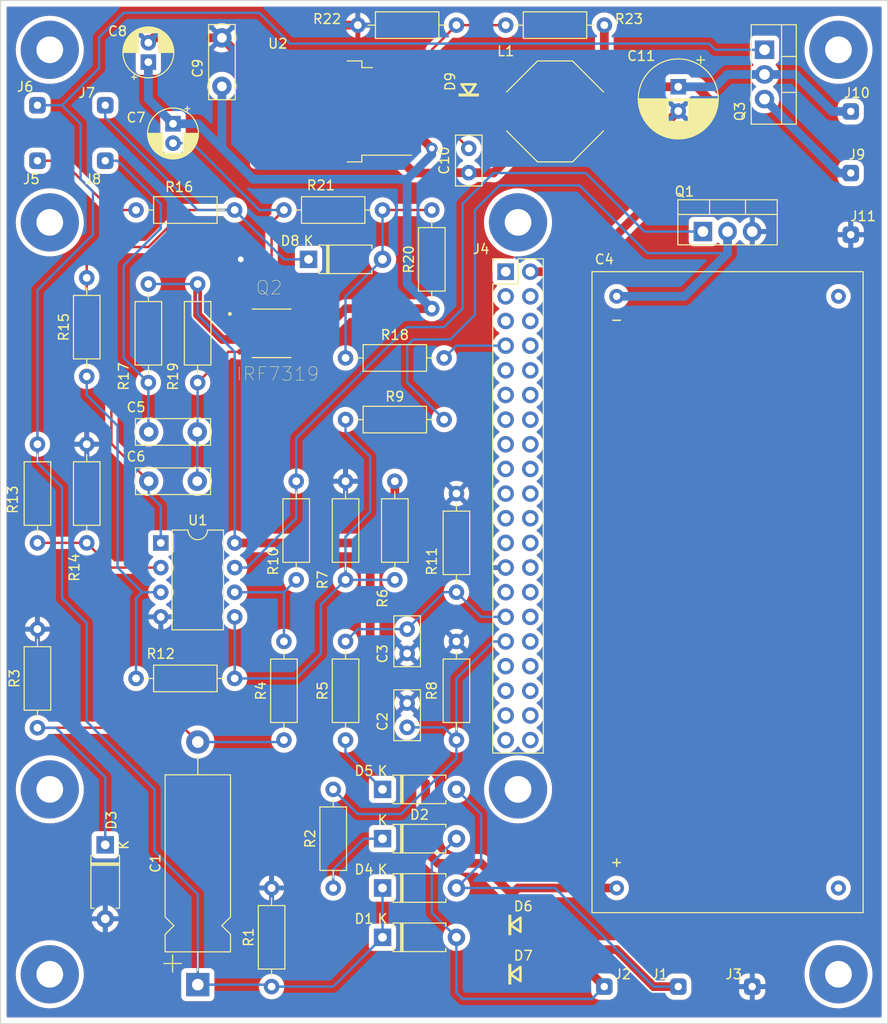
<source format=kicad_pcb>
(kicad_pcb (version 20211014) (generator pcbnew)
  (layers (0 "F.Cu" signal) (31 "B.Cu" signal) (34 "B.Paste" user) (35 "F.Paste" user) (36 "B.SilkS" user "B.Silkscreen") (37 "F.SilkS" user "F.Silkscreen") (38 "B.Mask" user) (39 "F.Mask" user) (44 "Edge.Cuts" user))
  (net 0 "")
  (net 1 "GND")
  (net 2 "Net-(C1-Pad2)")
  (net 3 "Net-(C1-Pad1)")
  (net 4 "Net-(C10-Pad2)")
  (net 5 "Net-(C4-Pad2)")
  (net 6 "Net-(C2-Pad2)")
  (net 7 "Net-(C10-Pad1)")
  (net 8 "Net-(C7-Pad2)")
  (net 9 "Net-(C3-Pad1)")
  (net 10 "Net-(C4-Pad1)")
  (net 11 "Net-(D2-Pad1)")
  (net 12 "Net-(C6-Pad2)")
  (net 13 "Net-(D1-Pad2)")
  (net 14 "/A")
  (net 15 "Net-(C7-Pad1)")
  (net 16 "Net-(C11-Pad1)")
  (net 17 "Net-(D4-Pad2)")
  (net 18 "Net-(D5-Pad1)")
  (net 24 "Net-(J4-Pad7)")
  (net 52 "/B")
  (net 56 "Net-(Q1-Pad1)")
  (net 57 "Net-(R10-Pad1)")
  (net 58 "Net-(R12-Pad1)")
  (net 59 "Net-(R12-Pad2)")
  (net 60 "Net-(R13-Pad2)")
  (net 61 "Net-(R22-Pad1)")
  (net 62 "Net-(J9-Pad1)")
  (net 63 "Net-(D8-Pad2)")
  (net 64 "Net-(J5-Pad1)")
  (footprint "Diode_THT:D_A-405_P7.62mm_Horizontal" (layer "F.Cu") (at 134.62 172.72)
    (fp_text reference "D4")
    (fp_text value "D" hide)
  )
  (footprint "Capacitor_THT:CP_Radial_D8.0mm_P2.50mm" (layer "F.Cu") (at 165.1 90.17 -90)
    (fp_text reference "C11")
    (fp_text value "1000μF")
  )
  (footprint "Resistor_THT:R_Axial_DIN0207_L6.3mm_D2.5mm_P10.16mm_Horizontal" (layer "F.Cu") (at 125.73 140.97 90)
    (fp_text reference "R10")
    (fp_text value "10M")
  )
  (footprint "Resistor_THT:R_Axial_DIN0207_L6.3mm_D2.5mm_P10.16mm_Horizontal" (layer "F.Cu") (at 129.54 172.72 90)
    (fp_text reference "R2")
    (fp_text value "1M")
  )
  (footprint "Resistor_THT:R_Axial_DIN0207_L6.3mm_D2.5mm_P10.16mm_Horizontal" (layer "F.Cu") (at 123.19 182.88 90)
    (fp_text reference "R1")
    (fp_text value "100K")
  )
  (footprint "my_extras:DO-214AC" (layer "F.Cu") (at 148.59 176.53)
    (fp_text reference "D6")
    (fp_text value "SS54")
  )
  (footprint "my_extras:SolderConnector" (layer "F.Cu") (at 182.88 92.71)
    (fp_text reference "J10")
    (fp_text value "+5V")
  )
  (footprint "Package_TO_SOT_THT:TO-220-3_Vertical" (layer "F.Cu") (at 167.64 105.085)
    (fp_text reference "Q1")
    (fp_text value "CSD19505")
  )
  (footprint "Capacitor_THT:C_Disc_D5.0mm_W2.5mm_P2.50mm" (layer "F.Cu") (at 137.16 146.05 -90)
    (fp_text reference "C3")
    (fp_text value "0.1μF")
  )
  (footprint "my_extras:pihole" (layer "F.Cu") (at 100.33 162.56)
    (fp_text reference "REF**" hide)
    (fp_text value "pihole" hide)
  )
  (footprint "Capacitor_THT:C_Disc_D5.0mm_W2.5mm_P2.50mm" (layer "F.Cu") (at 137.16 153.67 -90)
    (fp_text reference "C2")
    (fp_text value "0.1μF")
  )
  (footprint "Resistor_THT:R_Axial_DIN0207_L6.3mm_D2.5mm_P10.16mm_Horizontal" (layer "F.Cu") (at 130.81 124.46)
    (fp_text reference "R9")
    (fp_text value "560K")
  )
  (footprint "Resistor_THT:R_Axial_DIN0207_L6.3mm_D2.5mm_P10.16mm_Horizontal" (layer "F.Cu") (at 110.49 110.49 -90)
    (fp_text reference "R17")
    (fp_text value "10K")
  )
  (footprint "Resistor_THT:R_Axial_DIN0207_L6.3mm_D2.5mm_P10.16mm_Horizontal" (layer "F.Cu") (at 147.32 83.82)
    (fp_text reference "R23")
    (fp_text value "2K87")
  )
  (footprint "my_extras:pihole" (layer "F.Cu") (at 100.33 104.14)
    (fp_text reference "REF**" hide)
    (fp_text value "pihole" hide)
  )
  (footprint "Capacitor_THT:CP_Radial_D5.0mm_P2.00mm" (layer "F.Cu") (at 110.49 87.63 90)
    (fp_text reference "C8")
    (fp_text value "27μF")
  )
  (footprint "Capacitor_THT:C_Disc_D7.5mm_W2.5mm_P5.00mm" (layer "F.Cu") (at 115.53 130.81 180)
    (fp_text reference "C6")
    (fp_text value "1μF")
  )
  (footprint "Resistor_THT:R_Axial_DIN0207_L6.3mm_D2.5mm_P10.16mm_Horizontal" (layer "F.Cu") (at 142.24 147.32 -90)
    (fp_text reference "R8")
    (fp_text value "100K")
  )
  (footprint "Capacitor_THT:C_Disc_D7.5mm_W2.5mm_P5.00mm" (layer "F.Cu") (at 118.07 90.13 90)
    (fp_text reference "C9")
    (fp_text value "1μF")
  )
  (footprint "Resistor_THT:R_Axial_DIN0207_L6.3mm_D2.5mm_P10.16mm_Horizontal" (layer "F.Cu") (at 115.57 110.49 -90)
    (fp_text reference "R19")
    (fp_text value "100K")
  )
  (footprint "Resistor_THT:R_Axial_DIN0207_L6.3mm_D2.5mm_P10.16mm_Horizontal" (layer "F.Cu") (at 130.81 118.11)
    (fp_text reference "R18")
    (fp_text value "1K")
  )
  (footprint "my_extras:SolderConnector" (layer "F.Cu") (at 106.045 92.075)
    (fp_text reference "J7")
    (fp_text value "Sw")
  )
  (footprint "Capacitor_THT:C_Disc_D5.0mm_W2.5mm_P2.50mm" (layer "F.Cu") (at 143.51 96.52 -90)
    (fp_text reference "C10")
    (fp_text value "0.1μF")
  )
  (footprint "my_extras:SOIC127P600X175-8N" (layer "F.Cu") (at 123.19 115.57)
    (fp_text reference "Q2")
    (fp_text value "IRF7319")
  )
  (footprint "Resistor_THT:R_Axial_DIN0207_L6.3mm_D2.5mm_P10.16mm_Horizontal" (layer "F.Cu") (at 99.06 127 -90)
    (fp_text reference "R13")
    (fp_text value "430K")
  )
  (footprint "Resistor_THT:R_Axial_DIN0207_L6.3mm_D2.5mm_P10.16mm_Horizontal" (layer "F.Cu") (at 104.14 120.015 90)
    (fp_text reference "R15")
    (fp_text value "10M")
  )
  (footprint "my_extras:SolderConnector" (layer "F.Cu") (at 172.72 182.88)
    (fp_text reference "J3")
    (fp_text value "0v")
  )
  (footprint "" (layer "F.Cu") (at 181.61 181.61)
    (fp_text reference "")
    (fp_text value "")
  )
  (footprint "my_extras:pihole" (layer "F.Cu") (at 148.59 162.56)
    (fp_text reference "REF**" hide)
    (fp_text value "pihole" hide)
  )
  (footprint "my_extras:DO-214AC" (layer "F.Cu") (at 143.51 90.17 90)
    (fp_text reference "D9")
    (fp_text value "SS54")
  )
  (footprint "Diode_THT:D_A-405_P7.62mm_Horizontal" (layer "F.Cu") (at 134.62 177.8)
    (fp_text reference "D1")
    (fp_text value "D" hide)
  )
  (footprint "Package_TO_SOT_SMD:TO-263-7_TabPin8" (layer "F.Cu") (at 129.54 92.71 180)
    (fp_text reference "U2")
    (fp_text value "LM22678TJ-ADJ")
  )
  (footprint "Diode_THT:D_A-405_P7.62mm_Horizontal" (layer "F.Cu") (at 106.045 168.275 -90)
    (fp_text reference "D3")
    (fp_text value "D" hide)
  )
  (footprint "my_extras:DO-214AC" (layer "F.Cu") (at 148.59 181.61)
    (fp_text reference "D7")
    (fp_text value "SS54")
  )
  (footprint "Resistor_THT:R_Axial_DIN0207_L6.3mm_D2.5mm_P10.16mm_Horizontal" (layer "F.Cu") (at 130.81 140.97 90)
    (fp_text reference "R7")
    (fp_text value "1M")
  )
  (footprint "" (layer "F.Cu") (at 100.33 181.61)
    (fp_text reference "")
    (fp_text value "")
  )
  (footprint "Resistor_THT:R_Axial_DIN0207_L6.3mm_D2.5mm_P10.16mm_Horizontal" (layer "F.Cu") (at 134.62 102.87 180)
    (fp_text reference "R21")
    (fp_text value "330K")
  )
  (footprint "Resistor_THT:R_Axial_DIN0207_L6.3mm_D2.5mm_P10.16mm_Horizontal" (layer "F.Cu") (at 142.24 132.08 -90)
    (fp_text reference "R11")
    (fp_text value "100K")
  )
  (footprint "Diode_THT:D_A-405_P7.62mm_Horizontal" (layer "F.Cu") (at 134.62 162.56)
    (fp_text reference "D5")
    (fp_text value "D")
  )
  (footprint "Resistor_THT:R_Axial_DIN0207_L6.3mm_D2.5mm_P10.16mm_Horizontal" (layer "F.Cu") (at 109.22 102.87)
    (fp_text reference "R16")
    (fp_text value "12k")
  )
  (footprint "my_extras:SolderConnector" (layer "F.Cu") (at 182.88 99.06)
    (fp_text reference "J9")
    (fp_text value "+5Vu")
  )
  (footprint "Capacitor_THT:CP_Radial_D5.0mm_P2.00mm" (layer "F.Cu") (at 113.03 93.98 -90)
    (fp_text reference "C7")
    (fp_text value "10μF")
  )
  (footprint "my_extras:SolderConnector" (layer "F.Cu") (at 99.06 92.075)
    (fp_text reference "J6")
    (fp_text value "LED+")
  )
  (footprint "Resistor_THT:R_Axial_DIN0207_L6.3mm_D2.5mm_P10.16mm_Horizontal" (layer "F.Cu") (at 119.38 151.13 180)
    (fp_text reference "R12")
    (fp_text value "1M")
  )
  (footprint "Resistor_THT:R_Axial_DIN0207_L6.3mm_D2.5mm_P10.16mm_Horizontal" (layer "F.Cu") (at 124.46 157.48 90)
    (fp_text reference "R4")
    (fp_text value "2M")
  )
  (footprint "Connector_PinHeader_2.54mm:PinHeader_2x20_P2.54mm_Vertical" (layer "F.Cu") (at 147.315 109.225)
    (fp_text reference "J4")
    (fp_text value "Conn_02x20_Odd_Even" hide)
  )
  (footprint "my_extras:pihole" (layer "F.Cu") (at 148.59 104.14)
    (fp_text reference "REF**" hide)
    (fp_text value "pihole" hide)
  )
  (footprint "Resistor_THT:R_Axial_DIN0207_L6.3mm_D2.5mm_P10.16mm_Horizontal" (layer "F.Cu") (at 142.24 83.82 180)
    (fp_text reference "R22")
    (fp_text value "1K")
  )
  (footprint "Resistor_THT:R_Axial_DIN0207_L6.3mm_D2.5mm_P10.16mm_Horizontal" (layer "F.Cu") (at 130.81 157.48 90)
    (fp_text reference "R5")
    (fp_text value "1M")
  )
  (footprint "my_extras:SolderConnector" (layer "F.Cu") (at 182.88 105.41)
    (fp_text reference "J11")
    (fp_text value "0V")
  )
  (footprint "" (layer "F.Cu") (at 100.33 86.36)
    (fp_text reference "")
    (fp_text value "")
  )
  (footprint "" (layer "F.Cu") (at 181.61 86.36)
    (fp_text reference "")
    (fp_text value "")
  )
  (footprint "Resistor_THT:R_Axial_DIN0207_L6.3mm_D2.5mm_P10.16mm_Horizontal" (layer "F.Cu") (at 135.89 130.81 -90)
    (fp_text reference "R6")
    (fp_text value "330K")
  )
  (footprint "Resistor_THT:R_Axial_DIN0207_L6.3mm_D2.5mm_P10.16mm_Horizontal" (layer "F.Cu") (at 104.14 137.16 90)
    (fp_text reference "R14")
    (fp_text value "560K")
  )
  (footprint "Resistor_THT:R_Axial_DIN0207_L6.3mm_D2.5mm_P10.16mm_Horizontal" (layer "F.Cu") (at 99.06 156.21 90)
    (fp_text reference "R3")
    (fp_text value "1M")
  )
  (footprint "Package_TO_SOT_THT:TO-220-3_Vertical" (layer "F.Cu") (at 173.99 86.36 -90)
    (fp_text reference "Q3")
    (fp_text value "CSD19505KCS")
  )
  (footprint "my_extras:SolderConnector" (layer "F.Cu") (at 106.045 97.79)
    (fp_text reference "J8")
    (fp_text value "Sw")
  )
  (footprint "Diode_THT:D_A-405_P7.62mm_Horizontal" (layer "F.Cu") (at 134.62 167.64)
    (fp_text reference "D2")
    (fp_text value "D" hide)
  )
  (footprint "Inductor_SMD:L_Bourns-SRU1028_10.0x10.0mm" (layer "F.Cu") (at 152.4 92.71)
    (fp_text reference "L1")
    (fp_text value "6.8μH")
  )
  (footprint "Capacitor_THT:C_Disc_D7.5mm_W2.5mm_P5.00mm" (layer "F.Cu") (at 115.53 125.73 180)
    (fp_text reference "C5")
    (fp_text value "1μF")
  )
  (footprint "my_extras:SolderConnector" (layer "F.Cu") (at 157.48 182.88)
    (fp_text reference "J2")
    (fp_text value "+12V in2")
  )
  (footprint "my_extras:SuperCapacitor Module" (layer "F.Cu") (at 168.91 154.94 180)
    (fp_text reference "C4")
    (fp_text value "1.6F")
  )
  (footprint "Package_DIP:DIP-8_W7.62mm" (layer "F.Cu") (at 111.77 137.17)
    (fp_text reference "U1")
    (fp_text value "LM358")
  )
  (footprint "my_extras:SolderConnector" (layer "F.Cu") (at 165.1 182.88)
    (fp_text reference "J1")
    (fp_text value "+12V in1")
  )
  (footprint "Resistor_THT:R_Axial_DIN0207_L6.3mm_D2.5mm_P10.16mm_Horizontal" (layer "F.Cu") (at 139.7 113.03 90)
    (fp_text reference "R20")
    (fp_text value "100K")
  )
  (footprint "Diode_THT:D_A-405_P7.62mm_Horizontal" (layer "F.Cu") (at 127 107.95)
    (fp_text reference "D8")
    (fp_text value "D" hide)
  )
  (footprint "my_extras:SolderConnector" (layer "F.Cu") (at 99.06 97.79)
    (fp_text reference "J5")
    (fp_text value "LED-")
  )
  (footprint "Capacitor_THT:CP_Axial_L18.0mm_D6.5mm_P25.00mm_Horizontal" (layer "F.Cu") (at 115.5875 182.68 90)
    (fp_text reference "C1")
    (fp_text value "16uF")
  )
  (gr_rect (start 186.69 81.28) (end 95.25 186.69) (layer "Edge.Cuts") (width 0.1) (fill none))
  (segment (start 135.315 92.71) (end 126.165 92.71) (width 0.9) (layer "F.Cu") (net 1))
  (segment (start 154.94 97.79) (end 159.98 97.79) (width 0.9) (layer "F.Cu") (net 1))
  (segment (start 110.99 85.13) (end 110.49 85.63) (width 0.9) (layer "F.Cu") (net 1))
  (segment (start 120.715 108.65) (end 120.015 107.95) (width 0.9) (layer "F.Cu") (net 1))
  (segment (start 129.54 83.82) (end 126.165 87.195) (width 0.9) (layer "F.Cu") (net 1))
  (segment (start 143.51 88.12) (end 150.35 88.12) (width 0.9) (layer "F.Cu") (net 1))
  (segment (start 159.98 97.79) (end 165.1 92.67) (width 0.9) (layer "F.Cu") (net 1))
  (segment (start 150.35 88.12) (end 152.4 90.17) (width 0.9) (layer "F.Cu") (net 1))
  (segment (start 152.4 90.17) (end 152.4 95.25) (width 0.9) (layer "F.Cu") (net 1))
  (segment (start 118.07 85.13) (end 110.99 85.13) (width 0.9) (layer "F.Cu") (net 1))
  (segment (start 135.315 92.71) (end 138.92 92.71) (width 0.9) (layer "F.Cu") (net 1))
  (segment (start 126.165 87.195) (end 126.165 92.71) (width 0.9) (layer "F.Cu") (net 1))
  (segment (start 125.65 92.71) (end 126.165 92.71) (width 0.9) (layer "F.Cu") (net 1))
  (segment (start 118.07 85.13) (end 125.65 92.71) (width 0.9) (layer "F.Cu") (net 1))
  (segment (start 138.92 92.71) (end 143.51 88.12) (width 0.9) (layer "F.Cu") (net 1))
  (segment (start 152.4 95.25) (end 154.94 97.79) (width 0.9) (layer "F.Cu") (net 1))
  (segment (start 132.08 83.82) (end 129.54 83.82) (width 0.9) (layer "F.Cu") (net 1))
  (segment (start 120.715 113.665) (end 120.715 108.65) (width 0.9) (layer "F.Cu") (net 1))
  (via (at 120.015 107.95) (size 1.2) (drill 0.6) (layers "F.Cu" "B.Cu") (net 1))
  (segment (start 120.015 107.95) (end 119.38 107.315) (width 0.9) (layer "B.Cu") (net 1))
  (segment (start 99.06 156.21) (end 114.1175 156.21) (width 0.25) (layer "F.Cu") (net 2))
  (segment (start 114.1175 156.21) (end 115.5875 157.68) (width 0.25) (layer "F.Cu") (net 2))
  (segment (start 115.5875 157.68) (end 124.26 157.68) (width 0.25) (layer "B.Cu") (net 2))
  (segment (start 106.045 161.29) (end 106.045 168.275) (width 0.25) (layer "B.Cu") (net 2))
  (segment (start 124.26 157.68) (end 124.46 157.48) (width 0.25) (layer "B.Cu") (net 2))
  (segment (start 99.06 156.21) (end 100.965 156.21) (width 0.25) (layer "B.Cu") (net 2))
  (segment (start 100.965 156.21) (end 106.045 161.29) (width 0.25) (layer "B.Cu") (net 2))
  (segment (start 99.06 128.905) (end 101.6 131.445) (width 0.25) (layer "B.Cu") (net 3))
  (segment (start 115.5875 173.3725) (end 115.5875 182.68) (width 0.25) (layer "B.Cu") (net 3))
  (segment (start 125.095 85.725) (end 121.92 82.55) (width 0.25) (layer "B.Cu") (net 3))
  (segment (start 101.6 92.075) (end 99.06 92.075) (width 0.25) (layer "B.Cu") (net 3))
  (segment (start 104.14 155.575) (end 111.125 162.56) (width 0.25) (layer "B.Cu") (net 3))
  (segment (start 104.14 145.415) (end 104.14 155.575) (width 0.25) (layer "B.Cu") (net 3))
  (segment (start 107.95 82.55) (end 105.41 85.09) (width 0.25) (layer "B.Cu") (net 3))
  (segment (start 104.775 105.41) (end 99.06 111.125) (width 0.25) (layer "B.Cu") (net 3))
  (segment (start 168.275 85.725) (end 125.095 85.725) (width 0.25) (layer "B.Cu") (net 3))
  (segment (start 134.62 172.72) (end 134.62 177.8) (width 0.25) (layer "B.Cu") (net 3))
  (segment (start 111.125 168.91) (end 115.5875 173.3725) (width 0.25) (layer "B.Cu") (net 3))
  (segment (start 123.19 182.88) (end 129.54 182.88) (width 0.25) (layer "B.Cu") (net 3))
  (segment (start 168.91 86.36) (end 168.275 85.725) (width 0.25) (layer "B.Cu") (net 3))
  (segment (start 103.505 93.98) (end 103.505 99.695) (width 0.25) (layer "B.Cu") (net 3))
  (segment (start 173.99 86.36) (end 168.91 86.36) (width 0.25) (layer "B.Cu") (net 3))
  (segment (start 129.54 182.88) (end 134.62 177.8) (width 0.25) (layer "B.Cu") (net 3))
  (segment (start 122.99 182.68) (end 123.19 182.88) (width 0.25) (layer "B.Cu") (net 3))
  (segment (start 115.5875 182.68) (end 122.99 182.68) (width 0.25) (layer "B.Cu") (net 3))
  (segment (start 121.92 82.55) (end 107.95 82.55) (width 0.25) (layer "B.Cu") (net 3))
  (segment (start 105.41 88.265) (end 101.6 92.075) (width 0.25) (layer "B.Cu") (net 3))
  (segment (start 101.6 92.075) (end 103.505 93.98) (width 0.25) (layer "B.Cu") (net 3))
  (segment (start 99.06 111.125) (end 99.06 127) (width 0.25) (layer "B.Cu") (net 3))
  (segment (start 99.06 127) (end 99.06 128.905) (width 0.25) (layer "B.Cu") (net 3))
  (segment (start 105.41 85.09) (end 105.41 88.265) (width 0.25) (layer "B.Cu") (net 3))
  (segment (start 101.6 142.875) (end 104.14 145.415) (width 0.25) (layer "B.Cu") (net 3))
  (segment (start 104.775 100.965) (end 104.775 105.41) (width 0.25) (layer "B.Cu") (net 3))
  (segment (start 111.125 162.56) (end 111.125 168.91) (width 0.25) (layer "B.Cu") (net 3))
  (segment (start 101.6 131.445) (end 101.6 142.875) (width 0.25) (layer "B.Cu") (net 3))
  (segment (start 103.505 99.695) (end 104.775 100.965) (width 0.25) (layer "B.Cu") (net 3))
  (segment (start 141.01 99.02) (end 143.51 99.02) (width 0.9) (layer "F.Cu") (net 4))
  (segment (start 147.9 92.71) (end 147.9 97.21) (width 0.9) (layer "F.Cu") (net 4))
  (segment (start 143.51 92.22) (end 147.41 92.22) (width 0.9) (layer "F.Cu") (net 4))
  (segment (start 146.01 99.02) (end 143.51 99.02) (width 0.9) (layer "F.Cu") (net 4))
  (segment (start 140.97 99.06) (end 141.01 99.02) (width 0.9) (layer "F.Cu") (net 4))
  (segment (start 147.9 97.21) (end 146.05 99.06) (width 0.9) (layer "F.Cu") (net 4))
  (segment (start 147.41 92.22) (end 147.9 92.71) (width 0.9) (layer "F.Cu") (net 4))
  (segment (start 146.05 99.06) (end 146.01 99.02) (width 0.9) (layer "F.Cu") (net 4))
  (segment (start 137.855 99.06) (end 135.315 96.52) (width 0.9) (layer "F.Cu") (net 4))
  (segment (start 140.97 99.06) (end 137.855 99.06) (width 0.9) (layer "F.Cu") (net 4))
  (segment (start 165.735 111.76) (end 158.75 111.76) (width 0.9) (layer "B.Cu") (net 5))
  (segment (start 137.16 120.65) (end 140.97 124.46) (width 0.25) (layer "B.Cu") (net 5))
  (segment (start 161.925 107.315) (end 154.94 100.33) (width 0.25) (layer "B.Cu") (net 5))
  (segment (start 170.18 107.315) (end 165.735 111.76) (width 0.9) (layer "B.Cu") (net 5))
  (segment (start 144.145 102.87) (end 144.145 113.665) (width 0.25) (layer "B.Cu") (net 5))
  (segment (start 141.605 116.205) (end 137.795 116.205) (width 0.25) (layer "B.Cu") (net 5))
  (segment (start 137.16 116.84) (end 137.16 120.65) (width 0.25) (layer "B.Cu") (net 5))
  (segment (start 146.685 100.33) (end 144.145 102.87) (width 0.25) (layer "B.Cu") (net 5))
  (segment (start 137.795 116.205) (end 137.16 116.84) (width 0.25) (layer "B.Cu") (net 5))
  (segment (start 170.18 105.085) (end 170.18 107.315) (width 0.9) (layer "B.Cu") (net 5))
  (segment (start 170.18 107.315) (end 161.925 107.315) (width 0.25) (layer "B.Cu") (net 5))
  (segment (start 154.94 100.33) (end 146.685 100.33) (width 0.25) (layer "B.Cu") (net 5))
  (segment (start 144.145 113.665) (end 141.605 116.205) (width 0.25) (layer "B.Cu") (net 5))
  (segment (start 136.525 165.1) (end 142.24 159.385) (width 0.25) (layer "B.Cu") (net 6))
  (segment (start 146.055 147.325) (end 142.24 151.14) (width 0.25) (layer "B.Cu") (net 6))
  (segment (start 142.24 151.14) (end 142.24 157.48) (width 0.25) (layer "B.Cu") (net 6))
  (segment (start 129.54 162.56) (end 132.08 165.1) (width 0.25) (layer "B.Cu") (net 6))
  (segment (start 132.08 165.1) (end 136.525 165.1) (width 0.25) (layer "B.Cu") (net 6))
  (segment (start 137.16 156.17) (end 140.93 156.17) (width 0.25) (layer "B.Cu") (net 6))
  (segment (start 140.93 156.17) (end 142.24 157.48) (width 0.25) (layer "B.Cu") (net 6))
  (segment (start 147.315 147.325) (end 146.055 147.325) (width 0.25) (layer "B.Cu") (net 6))
  (segment (start 142.24 159.385) (end 142.24 157.48) (width 0.25) (layer "B.Cu") (net 6))
  (segment (start 140.97 93.98) (end 143.51 96.52) (width 0.25) (layer "F.Cu") (net 7))
  (segment (start 135.315 93.98) (end 140.97 93.98) (width 0.25) (layer "F.Cu") (net 7))
  (segment (start 120.715 114.935) (end 122.555 114.935) (width 0.25) (layer "F.Cu") (net 8))
  (segment (start 123.19 104.14) (end 124.46 102.87) (width 0.25) (layer "F.Cu") (net 8))
  (segment (start 123.19 114.3) (end 123.19 104.14) (width 0.25) (layer "F.Cu") (net 8))
  (segment (start 122.555 114.935) (end 123.19 114.3) (width 0.25) (layer "F.Cu") (net 8))
  (segment (start 124.46 102.87) (end 121.92 102.87) (width 0.25) (layer "B.Cu") (net 8))
  (segment (start 121.92 102.87) (end 114.935 95.885) (width 0.25) (layer "B.Cu") (net 8))
  (segment (start 114.84 95.98) (end 113.03 95.98) (width 0.25) (layer "B.Cu") (net 8))
  (segment (start 114.935 95.885) (end 114.84 95.98) (width 0.25) (layer "B.Cu") (net 8))
  (segment (start 130.81 147.32) (end 132.08 146.05) (width 0.25) (layer "B.Cu") (net 9))
  (segment (start 144.785 144.785) (end 142.24 142.24) (width 0.25) (layer "B.Cu") (net 9))
  (segment (start 140.97 142.24) (end 142.24 142.24) (width 0.25) (layer "B.Cu") (net 9))
  (segment (start 132.08 146.05) (end 137.16 146.05) (width 0.25) (layer "B.Cu") (net 9))
  (segment (start 147.315 144.785) (end 144.785 144.785) (width 0.25) (layer "B.Cu") (net 9))
  (segment (start 137.16 146.05) (end 140.97 142.24) (width 0.25) (layer "B.Cu") (net 9))
  (segment (start 146.54 174.77) (end 147.955 173.355) (width 0.9) (layer "F.Cu") (net 10))
  (segment (start 148.59 172.72) (end 158.75 172.72) (width 0.9) (layer "F.Cu") (net 10))
  (segment (start 144.78 170.18) (end 147.955 173.355) (width 0.9) (layer "F.Cu") (net 10))
  (segment (start 120.715 116.205) (end 118.11 116.205) (width 0.9) (layer "F.Cu") (net 10))
  (segment (start 139.065 168.91) (end 140.335 170.18) (width 0.9) (layer "F.Cu") (net 10))
  (segment (start 140.335 170.18) (end 144.78 170.18) (width 0.9) (layer "F.Cu") (net 10))
  (segment (start 147.955 173.355) (end 148.59 172.72) (width 0.9) (layer "F.Cu") (net 10))
  (segment (start 133.35 156.21) (end 139.065 161.925) (width 0.9) (layer "F.Cu") (net 10))
  (segment (start 133.35 136.525) (end 133.35 137.16) (width 0.9) (layer "F.Cu") (net 10))
  (segment (start 133.35 137.16) (end 133.34 137.17) (width 0.9) (layer "F.Cu") (net 10))
  (segment (start 135.89 130.81) (end 135.89 133.985) (width 0.9) (layer "F.Cu") (net 10))
  (segment (start 146.54 176.53) (end 146.54 181.61) (width 0.9) (layer "F.Cu") (net 10))
  (segment (start 139.065 161.925) (end 139.065 168.91) (width 0.9) (layer "F.Cu") (net 10))
  (segment (start 133.34 137.17) (end 119.39 137.17) (width 0.9) (layer "F.Cu") (net 10))
  (segment (start 146.54 176.53) (end 146.54 174.77) (width 0.9) (layer "F.Cu") (net 10))
  (segment (start 133.35 137.16) (end 133.35 156.21) (width 0.9) (layer "F.Cu") (net 10))
  (segment (start 118.11 116.205) (end 115.57 113.665) (width 0.9) (layer "F.Cu") (net 10))
  (segment (start 135.89 133.985) (end 133.35 136.525) (width 0.9) (layer "F.Cu") (net 10))
  (segment (start 115.57 113.665) (end 115.57 110.49) (width 0.9) (layer "F.Cu") (net 10))
  (segment (start 119.39 137.17) (end 119.39 117.485) (width 0.25) (layer "B.Cu") (net 10))
  (segment (start 119.39 117.485) (end 115.57 113.665) (width 0.25) (layer "B.Cu") (net 10))
  (segment (start 115.57 110.49) (end 110.49 110.49) (width 0.25) (layer "B.Cu") (net 10))
  (segment (start 115.57 113.665) (end 115.57 110.49) (width 0.25) (layer "B.Cu") (net 10))
  (segment (start 129.54 170.815) (end 129.54 172.72) (width 0.25) (layer "B.Cu") (net 11))
  (segment (start 132.715 167.64) (end 129.54 170.815) (width 0.25) (layer "B.Cu") (net 11))
  (segment (start 134.62 167.64) (end 132.715 167.64) (width 0.25) (layer "B.Cu") (net 11))
  (segment (start 110.53 130.81) (end 106.68 126.96) (width 0.25) (layer "F.Cu") (net 12))
  (segment (start 113.665 102.87) (end 114.3 102.87) (width 0.25) (layer "F.Cu") (net 12))
  (segment (start 114.3 102.87) (end 110.49 106.68) (width 0.25) (layer "F.Cu") (net 12))
  (segment (start 106.68 114.3) (end 104.14 111.76) (width 0.25) (layer "F.Cu") (net 12))
  (segment (start 110.49 106.68) (end 106.045 106.68) (width 0.25) (layer "F.Cu") (net 12))
  (segment (start 114.3 102.87) (end 119.38 102.87) (width 0.25) (layer "F.Cu") (net 12))
  (segment (start 106.68 126.96) (end 106.68 114.3) (width 0.25) (layer "F.Cu") (net 12))
  (segment (start 106.045 106.68) (end 104.14 108.585) (width 0.25) (layer "F.Cu") (net 12))
  (segment (start 104.14 111.76) (end 104.14 109.855) (width 0.25) (layer "F.Cu") (net 12))
  (segment (start 104.14 108.585) (end 104.14 109.855) (width 0.25) (layer "F.Cu") (net 12))
  (segment (start 106.045 93.345) (end 115.57 102.87) (width 0.25) (layer "B.Cu") (net 12))
  (segment (start 110.53 130.81) (end 110.53 132.12) (width 0.25) (layer "B.Cu") (net 12))
  (segment (start 124.46 107.95) (end 119.38 102.87) (width 0.25) (layer "B.Cu") (net 12))
  (segment (start 127 107.95) (end 124.46 107.95) (width 0.25) (layer "B.Cu") (net 12))
  (segment (start 111.77 133.36) (end 111.77 137.17) (width 0.25) (layer "B.Cu") (net 12))
  (segment (start 106.045 92.075) (end 106.045 93.345) (width 0.25) (layer "B.Cu") (net 12))
  (segment (start 110.53 132.12) (end 111.77 133.36) (width 0.25) (layer "B.Cu") (net 12))
  (segment (start 115.57 102.87) (end 119.38 102.87) (width 0.25) (layer "B.Cu") (net 12))
  (segment (start 150.64 181.61) (end 156.21 181.61) (width 0.9) (layer "F.Cu") (net 13))
  (segment (start 156.21 181.61) (end 157.48 182.88) (width 0.9) (layer "F.Cu") (net 13))
  (segment (start 139.7 175.26) (end 142.24 177.8) (width 0.25) (layer "B.Cu") (net 13))
  (segment (start 142.875 184.15) (end 156.21 184.15) (width 0.25) (layer "B.Cu") (net 13))
  (segment (start 139.7 170.18) (end 139.7 175.26) (width 0.25) (layer "B.Cu") (net 13))
  (segment (start 156.21 184.15) (end 157.48 182.88) (width 0.25) (layer "B.Cu") (net 13))
  (segment (start 142.24 183.515) (end 142.875 184.15) (width 0.25) (layer "B.Cu") (net 13))
  (segment (start 142.24 167.64) (end 139.7 170.18) (width 0.25) (layer "B.Cu") (net 13))
  (segment (start 142.24 177.8) (end 142.24 183.515) (width 0.25) (layer "B.Cu") (net 13))
  (segment (start 125.665 113.665) (end 125.665 114.935) (width 0.25) (layer "F.Cu") (net 14))
  (segment (start 118.745 117.475) (end 115.57 120.65) (width 0.25) (layer "F.Cu") (net 14))
  (segment (start 123.825 114.935) (end 125.665 114.935) (width 0.25) (layer "F.Cu") (net 14))
  (segment (start 122.555 117.475) (end 123.19 116.84) (width 0.25) (layer "F.Cu") (net 14))
  (segment (start 123.19 116.84) (end 123.19 115.57) (width 0.25) (layer "F.Cu") (net 14))
  (segment (start 123.19 115.57) (end 123.825 114.935) (width 0.25) (layer "F.Cu") (net 14))
  (segment (start 120.715 117.475) (end 122.555 117.475) (width 0.25) (layer "F.Cu") (net 14))
  (segment (start 120.715 117.475) (end 118.745 117.475) (width 0.25) (layer "F.Cu") (net 14))
  (segment (start 115.57 125.69) (end 115.53 125.73) (width 0.25) (layer "B.Cu") (net 14))
  (segment (start 115.57 120.65) (end 115.57 125.69) (width 0.25) (layer "B.Cu") (net 14))
  (segment (start 115.53 125.73) (end 115.53 130.81) (width 0.25) (layer "B.Cu") (net 14))
  (segment (start 127.635 116.205) (end 130.81 113.03) (width 0.9) (layer "F.Cu") (net 15))
  (segment (start 135.315 95.25) (end 138.43 95.25) (width 0.9) (layer "F.Cu") (net 15))
  (segment (start 125.665 116.205) (end 127.635 116.205) (width 0.9) (layer "F.Cu") (net 15))
  (segment (start 138.43 95.25) (end 139.7 96.52) (width 0.9) (layer "F.Cu") (net 15))
  (segment (start 125.665 117.475) (end 125.665 116.205) (width 0.9) (layer "F.Cu") (net 15))
  (segment (start 130.81 113.03) (end 139.7 113.03) (width 0.9) (layer "F.Cu") (net 15))
  (via (at 139.7 96.52) (size 1.2) (drill 0.6) (layers "F.Cu" "B.Cu") (net 15))
  (segment (start 113.03 93.98) (end 115.57 93.98) (width 0.9) (layer "B.Cu") (net 15))
  (segment (start 115.57 93.98) (end 118.07 96.48) (width 0.9) (layer "B.Cu") (net 15))
  (segment (start 137.16 110.49) (end 139.7 113.03) (width 0.9) (layer "B.Cu") (net 15))
  (segment (start 137.16 99.695) (end 121.285 99.695) (width 0.9) (layer "B.Cu") (net 15))
  (segment (start 110.49 91.44) (end 113.03 93.98) (width 0.9) (layer "B.Cu") (net 15))
  (segment (start 139.7 97.155) (end 137.16 99.695) (width 0.9) (layer "B.Cu") (net 15))
  (segment (start 137.16 99.695) (end 137.16 110.49) (width 0.9) (layer "B.Cu") (net 15))
  (segment (start 121.285 99.695) (end 118.07 96.48) (width 0.9) (layer "B.Cu") (net 15))
  (segment (start 110.49 87.63) (end 110.49 91.44) (width 0.9) (layer "B.Cu") (net 15))
  (segment (start 118.07 96.48) (end 118.07 90.13) (width 0.9) (layer "B.Cu") (net 15))
  (segment (start 139.7 96.52) (end 139.7 97.155) (width 0.9) (layer "B.Cu") (net 15))
  (segment (start 168.275 95.885) (end 154.935 109.225) (width 0.9) (layer "F.Cu") (net 16))
  (segment (start 159.44 90.17) (end 156.9 92.71) (width 0.9) (layer "F.Cu") (net 16))
  (segment (start 154.935 109.225) (end 149.855 109.225) (width 0.9) (layer "F.Cu") (net 16))
  (segment (start 157.48 83.82) (end 157.48 88.21) (width 0.9) (layer "F.Cu") (net 16))
  (segment (start 157.48 88.21) (end 159.44 90.17) (width 0.9) (layer "F.Cu") (net 16))
  (segment (start 165.1 90.17) (end 167.005 90.17) (width 0.9) (layer "F.Cu") (net 16))
  (segment (start 165.1 90.17) (end 159.44 90.17) (width 0.9) (layer "F.Cu") (net 16))
  (segment (start 168.275 91.44) (end 168.275 95.885) (width 0.9) (layer "F.Cu") (net 16))
  (segment (start 167.005 90.17) (end 168.275 91.44) (width 0.9) (layer "F.Cu") (net 16))
  (segment (start 180.975 92.71) (end 182.88 92.71) (width 0.9) (layer "B.Cu") (net 16))
  (segment (start 173.99 88.9) (end 177.165 88.9) (width 0.9) (layer "B.Cu") (net 16))
  (segment (start 168.91 90.17) (end 170.18 88.9) (width 0.9) (layer "B.Cu") (net 16))
  (segment (start 165.1 90.17) (end 168.91 90.17) (width 0.9) (layer "B.Cu") (net 16))
  (segment (start 177.165 88.9) (end 180.975 92.71) (width 0.9) (layer "B.Cu") (net 16))
  (segment (start 170.18 88.9) (end 173.99 88.9) (width 0.9) (layer "B.Cu") (net 16))
  (segment (start 153.18 179.07) (end 150.64 176.53) (width 0.9) (layer "F.Cu") (net 17))
  (segment (start 158.75 179.07) (end 153.18 179.07) (width 0.9) (layer "F.Cu") (net 17))
  (segment (start 165.1 182.88) (end 162.56 182.88) (width 0.9) (layer "F.Cu") (net 17))
  (segment (start 162.56 182.88) (end 158.75 179.07) (width 0.9) (layer "F.Cu") (net 17))
  (segment (start 144.78 170.18) (end 142.24 172.72) (width 0.25) (layer "B.Cu") (net 17))
  (segment (start 144.78 165.1) (end 144.78 170.18) (width 0.25) (layer "B.Cu") (net 17))
  (segment (start 142.24 172.72) (end 152.4 172.72) (width 0.25) (layer "B.Cu") (net 17))
  (segment (start 142.24 162.56) (end 144.78 165.1) (width 0.25) (layer "B.Cu") (net 17))
  (segment (start 162.56 182.88) (end 165.1 182.88) (width 0.25) (layer "B.Cu") (net 17))
  (segment (start 152.4 172.72) (end 162.56 182.88) (width 0.25) (layer "B.Cu") (net 17))
  (segment (start 130.81 158.75) (end 134.62 162.56) (width 0.25) (layer "B.Cu") (net 18))
  (segment (start 130.81 157.48) (end 130.81 158.75) (width 0.25) (layer "B.Cu") (net 18))
  (segment (start 142.235 116.845) (end 140.97 118.11) (width 0.25) (layer "B.Cu") (net 24))
  (segment (start 147.315 116.845) (end 142.235 116.845) (width 0.25) (layer "B.Cu") (net 24))
  (segment (start 107.95 108.585) (end 107.95 118.11) (width 0.25) (layer "B.Cu") (net 52))
  (segment (start 110.49 125.69) (end 110.53 125.73) (width 0.25) (layer "B.Cu") (net 52))
  (segment (start 111.76 104.775) (end 107.95 108.585) (width 0.25) (layer "B.Cu") (net 52))
  (segment (start 110.49 120.65) (end 110.49 125.69) (width 0.25) (layer "B.Cu") (net 52))
  (segment (start 107.315 97.79) (end 111.76 102.235) (width 0.25) (layer "B.Cu") (net 52))
  (segment (start 111.76 102.235) (end 111.76 104.775) (width 0.25) (layer "B.Cu") (net 52))
  (segment (start 107.95 118.11) (end 110.49 120.65) (width 0.25) (layer "B.Cu") (net 52))
  (segment (start 106.045 97.79) (end 107.315 97.79) (width 0.25) (layer "B.Cu") (net 52))
  (segment (start 155.575 99.06) (end 146.05 99.06) (width 0.25) (layer "B.Cu") (net 56))
  (segment (start 146.05 99.06) (end 142.875 102.235) (width 0.25) (layer "B.Cu") (net 56))
  (segment (start 125.73 134.62) (end 125.73 130.81) (width 0.25) (layer "B.Cu") (net 56))
  (segment (start 119.39 139.71) (end 120.64 139.71) (width 0.25) (layer "B.Cu") (net 56))
  (segment (start 125.73 126.365) (end 125.73 130.81) (width 0.25) (layer "B.Cu") (net 56))
  (segment (start 137.16 114.935) (end 125.73 126.365) (width 0.25) (layer "B.Cu") (net 56))
  (segment (start 140.97 114.935) (end 137.16 114.935) (width 0.25) (layer "B.Cu") (net 56))
  (segment (start 142.875 113.03) (end 140.97 114.935) (width 0.25) (layer "B.Cu") (net 56))
  (segment (start 167.64 105.085) (end 161.6 105.085) (width 0.25) (layer "B.Cu") (net 56))
  (segment (start 161.6 105.085) (end 155.575 99.06) (width 0.25) (layer "B.Cu") (net 56))
  (segment (start 142.875 102.235) (end 142.875 113.03) (width 0.25) (layer "B.Cu") (net 56))
  (segment (start 120.64 139.71) (end 125.73 134.62) (width 0.25) (layer "B.Cu") (net 56))
  (segment (start 124.46 142.26) (end 124.46 147.32) (width 0.25) (layer "B.Cu") (net 57))
  (segment (start 124.45 142.25) (end 124.46 142.26) (width 0.25) (layer "B.Cu") (net 57))
  (segment (start 119.39 142.25) (end 124.45 142.25) (width 0.25) (layer "B.Cu") (net 57))
  (segment (start 124.45 142.25) (end 125.73 140.97) (width 0.25) (layer "B.Cu") (net 57))
  (segment (start 128.27 143.51) (end 130.81 140.97) (width 0.25) (layer "B.Cu") (net 58))
  (segment (start 130.81 140.97) (end 130.81 136.525) (width 0.25) (layer "B.Cu") (net 58))
  (segment (start 130.81 125.73) (end 130.81 124.46) (width 0.25) (layer "B.Cu") (net 58))
  (segment (start 119.39 144.79) (end 119.39 151.12) (width 0.25) (layer "B.Cu") (net 58))
  (segment (start 119.38 151.13) (end 125.73 151.13) (width 0.25) (layer "B.Cu") (net 58))
  (segment (start 130.81 140.97) (end 135.89 140.97) (width 0.25) (layer "B.Cu") (net 58))
  (segment (start 133.35 133.985) (end 133.35 128.27) (width 0.25) (layer "B.Cu") (net 58))
  (segment (start 119.39 151.12) (end 119.38 151.13) (width 0.25) (layer "B.Cu") (net 58))
  (segment (start 133.35 128.27) (end 130.81 125.73) (width 0.25) (layer "B.Cu") (net 58))
  (segment (start 128.27 148.59) (end 128.27 143.51) (width 0.25) (layer "B.Cu") (net 58))
  (segment (start 125.73 151.13) (end 128.27 148.59) (width 0.25) (layer "B.Cu") (net 58))
  (segment (start 130.81 136.525) (end 133.35 133.985) (width 0.25) (layer "B.Cu") (net 58))
  (segment (start 107.315 125.095) (end 107.315 139.7) (width 0.25) (layer "B.Cu") (net 59))
  (segment (start 109.845 142.25) (end 109.22 142.875) (width 0.25) (layer "B.Cu") (net 59))
  (segment (start 111.77 142.25) (end 109.845 142.25) (width 0.25) (layer "B.Cu") (net 59))
  (segment (start 104.14 120.015) (end 104.14 121.92) (width 0.25) (layer "B.Cu") (net 59))
  (segment (start 109.22 142.875) (end 109.22 151.13) (width 0.25) (layer "B.Cu") (net 59))
  (segment (start 107.315 139.7) (end 109.855 142.24) (width 0.25) (layer "B.Cu") (net 59))
  (segment (start 104.14 121.92) (end 107.315 125.095) (width 0.25) (layer "B.Cu") (net 59))
  (segment (start 106.69 139.71) (end 104.14 137.16) (width 0.25) (layer "F.Cu") (net 60))
  (segment (start 99.06 137.16) (end 104.14 137.16) (width 0.25) (layer "F.Cu") (net 60))
  (segment (start 111.77 139.71) (end 106.69 139.71) (width 0.25) (layer "F.Cu") (net 60))
  (segment (start 142.24 83.82) (end 147.32 83.82) (width 0.25) (layer "F.Cu") (net 61))
  (segment (start 138.43 90.17) (end 139.7 88.9) (width 0.25) (layer "F.Cu") (net 61))
  (segment (start 139.7 86.36) (end 142.24 83.82) (width 0.25) (layer "F.Cu") (net 61))
  (segment (start 139.7 88.9) (end 139.7 86.36) (width 0.25) (layer "F.Cu") (net 61))
  (segment (start 135.315 90.17) (end 138.43 90.17) (width 0.25) (layer "F.Cu") (net 61))
  (segment (start 173.99 91.44) (end 181.61 99.06) (width 0.9) (layer "B.Cu") (net 62))
  (segment (start 181.61 99.06) (end 182.88 99.06) (width 0.9) (layer "B.Cu") (net 62))
  (segment (start 139.7 102.87) (end 134.62 102.87) (width 0.25) (layer "F.Cu") (net 63))
  (segment (start 134.62 107.95) (end 134.62 102.87) (width 0.25) (layer "B.Cu") (net 63))
  (segment (start 130.81 118.11) (end 130.81 111.76) (width 0.25) (layer "B.Cu") (net 63))
  (segment (start 130.81 111.76) (end 134.62 107.95) (width 0.25) (layer "B.Cu") (net 63))
  (segment (start 106.68 102.87) (end 101.6 97.79) (width 0.25) (layer "F.Cu") (net 64))
  (segment (start 101.6 97.79) (end 99.06 97.79) (width 0.25) (layer "F.Cu") (net 64))
  (segment (start 109.22 102.87) (end 106.68 102.87) (width 0.25) (layer "F.Cu") (net 64))
  (zone (net 1) (net_name "GND") (layers F&B.Cu) (connect_pads (clearance 0.508)) (min_thickness 0.254) (fill yes (thermal_gap 0.508) (thermal_bridge_width 0.508))
    (polygon (pts (xy 186.055 186.055) (xy 95.885 186.055) (xy 95.885 81.915) (xy 186.055 81.915)))
  )
)
</source>
